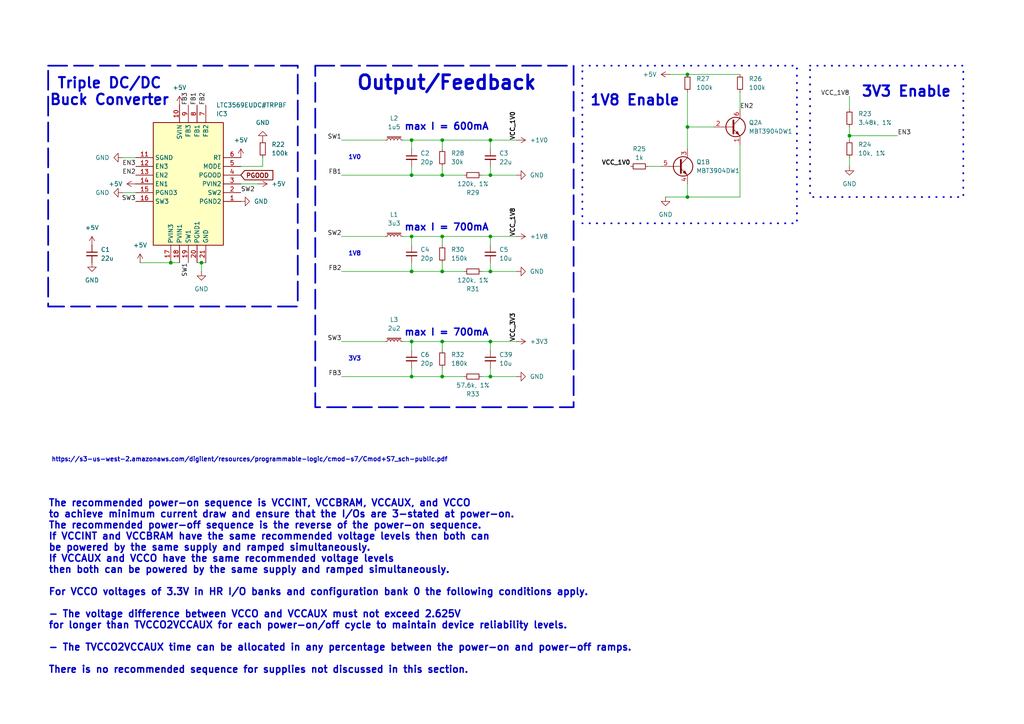
<source format=kicad_sch>
(kicad_sch (version 20231120) (generator "eeschema") (generator_version "8.0")
  (paper "A4")
  (title_block (company "University of Texas at Austin / Phoenix Semiconductor") (comment 1 "Connor Leu"))
  (lib_symbols
    (symbol "Device:C_Small" (pin_numbers hide) (pin_names (offset 0.254) hide)
      (property "Reference" "C" (at 0.254 1.778 0))
      (property "Value" "C_Small" (at 0.254 -2.032 0))
      (symbol "C_Small_0_1"
        (polyline (pts (xy -1.524 -0.508) (xy 1.524 -0.508)) (stroke (width 0.3302)))
        (polyline (pts (xy -1.524 0.508) (xy 1.524 0.508)) (stroke (width 0.3048)))
      )
      (symbol "C_Small_1_1"
        (pin passive line (at 0 2.54 270) (length 2.032) (name "~") (number "1"))
        (pin passive line (at 0 -2.54 90) (length 2.032) (name "~") (number "2"))
      )
    )
    (symbol "Device:L_Iron_Small" (pin_numbers hide) (pin_names (offset 0.254) hide)
      (property "Reference" "L" (at 1.27 1.016 0))
      (property "Value" "L_Iron_Small" (at 1.27 -1.27 0))
      (symbol "L_Iron_Small_0_1"
        (arc (start 0 -2.032) (mid 0.5058 -1.524) (end 0 -1.016))
        (arc (start 0 -1.016) (mid 0.5058 -0.508) (end 0 0))
        (polyline (pts (xy 0.762 2.032) (xy 0.762 -2.032)))
        (polyline (pts (xy 1.016 -2.032) (xy 1.016 2.032)))
        (arc (start 0 0) (mid 0.5058 0.508) (end 0 1.016))
        (arc (start 0 1.016) (mid 0.5058 1.524) (end 0 2.032))
      )
      (symbol "L_Iron_Small_1_1"
        (pin passive line (at 0 2.54 270) (length 0.508) (name "~") (number "1"))
        (pin passive line (at 0 -2.54 90) (length 0.508) (name "~") (number "2"))
      )
    )
    (symbol "Device:R_Small" (pin_numbers hide) (pin_names (offset 0.254) hide)
      (property "Reference" "R" (at 0.762 0.508 0))
      (property "Value" "R_Small" (at 0.762 -1.016 0))
      (symbol "R_Small_0_1"
        (rectangle (start -0.762 1.778) (end 0.762 -1.778) (stroke (width 0.2032)))
      )
      (symbol "R_Small_1_1"
        (pin passive line (at 0 2.54 270) (length 0.762) (name "~") (number "1"))
        (pin passive line (at 0 -2.54 90) (length 0.762) (name "~") (number "2"))
      )
    )
    (symbol "LTC-3569:LTC3569EUDC#TRPBF"
      (property "Reference" "IC" (at 26.67 17.78 0))
      (property "Value" "LTC3569EUDC#TRPBF" (at 26.67 15.24 0))
      (symbol "LTC3569EUDC#TRPBF_1_1"
        (rectangle (start 5.08 12.7) (end 25.4 -22.86) (stroke (width 0.254)) (fill (type background)))
        (pin passive line (at 0 0 0) (length 5.08) (name "PGND2") (number "1"))
        (pin passive line (at 17.78 -27.94 90) (length 5.08) (name "SVIN") (number "10"))
        (pin passive line (at 30.48 -12.7 180) (length 5.08) (name "SGND") (number "11"))
        (pin passive line (at 30.48 -10.16 180) (length 5.08) (name "EN3") (number "12"))
        (pin passive line (at 30.48 -7.62 180) (length 5.08) (name "EN2") (number "13"))
        (pin passive line (at 30.48 -5.08 180) (length 5.08) (name "EN1") (number "14"))
        (pin passive line (at 30.48 -2.54 180) (length 5.08) (name "PGND3") (number "15"))
        (pin passive line (at 30.48 0 180) (length 5.08) (name "SW3") (number "16"))
        (pin passive line (at 20.32 17.78 270) (length 5.08) (name "PVIN3") (number "17"))
        (pin passive line (at 17.78 17.78 270) (length 5.08) (name "PVIN1") (number "18"))
        (pin passive line (at 15.24 17.78 270) (length 5.08) (name "SW1") (number "19"))
        (pin passive line (at 0 -2.54 0) (length 5.08) (name "SW2") (number "2"))
        (pin passive line (at 12.7 17.78 270) (length 5.08) (name "PGND1") (number "20"))
        (pin passive line (at 10.16 17.78 270) (length 5.08) (name "GND") (number "21"))
        (pin passive line (at 0 -5.08 0) (length 5.08) (name "PVIN2") (number "3"))
        (pin passive line (at 0 -7.62 0) (length 5.08) (name "PGOOD") (number "4"))
        (pin passive line (at 0 -10.16 0) (length 5.08) (name "MODE") (number "5"))
        (pin passive line (at 0 -12.7 0) (length 5.08) (name "RT") (number "6"))
        (pin passive line (at 10.16 -27.94 90) (length 5.08) (name "FB2") (number "7"))
        (pin passive line (at 12.7 -27.94 90) (length 5.08) (name "FB1") (number "8"))
        (pin passive line (at 15.24 -27.94 90) (length 5.08) (name "FB3") (number "9"))
      )
    )
    (symbol "Transistor_BJT:MBT3904DW1" (pin_names (offset 0) hide)
      (property "Reference" "Q" (at 5.08 1.27 0))
      (property "Value" "MBT3904DW1" (at 5.08 -1.27 0))
      (symbol "MBT3904DW1_0_1"
        (polyline (pts (xy 0.635 0) (xy -2.54 0)))
        (polyline (pts (xy 0.635 0.635) (xy 2.54 2.54)))
        (polyline (pts (xy 0.635 -0.635) (xy 2.54 -2.54) (xy 2.54 -2.54)))
        (polyline (pts (xy 0.635 1.905) (xy 0.635 -1.905) (xy 0.635 -1.905)) (stroke (width 0.508)))
        (polyline (pts (xy 1.27 -1.778) (xy 1.778 -1.27) (xy 2.286 -2.286) (xy 1.27 -1.778) (xy 1.27 -1.778)) (fill (type outline)))
        (circle (center 1.27 0) (radius 2.8194) (stroke (width 0.254)))
      )
      (symbol "MBT3904DW1_1_1"
        (pin passive line (at 2.54 -5.08 90) (length 2.54) (name "E1") (number "1"))
        (pin input line (at -5.08 0 0) (length 2.54) (name "B1") (number "2"))
        (pin passive line (at 2.54 5.08 270) (length 2.54) (name "C1") (number "6"))
      )
      (symbol "MBT3904DW1_2_1"
        (pin passive line (at 2.54 5.08 270) (length 2.54) (name "C2") (number "3"))
        (pin passive line (at 2.54 -5.08 90) (length 2.54) (name "E2") (number "4"))
        (pin input line (at -5.08 0 0) (length 2.54) (name "B2") (number "5"))
      )
    )
    (symbol "power:+1V0" (power) (pin_numbers hide) (pin_names (offset 0) hide)
      (property "Value" "+1V0" (at 0 3.556 0))
      (symbol "+1V0_0_1"
        (polyline (pts (xy -0.762 1.27) (xy 0 2.54)))
        (polyline (pts (xy 0 0) (xy 0 2.54)))
        (polyline (pts (xy 0 2.54) (xy 0.762 1.27)))
      )
      (symbol "+1V0_1_1"
        (pin power_in line (at 0 0 90) (length 0) (name "~") (number "1"))
      )
    )
    (symbol "power:+1V8" (power) (pin_numbers hide) (pin_names (offset 0) hide)
      (property "Value" "+1V8" (at 0 3.556 0))
      (symbol "+1V8_0_1"
        (polyline (pts (xy -0.762 1.27) (xy 0 2.54)))
        (polyline (pts (xy 0 0) (xy 0 2.54)))
        (polyline (pts (xy 0 2.54) (xy 0.762 1.27)))
      )
      (symbol "+1V8_1_1"
        (pin power_in line (at 0 0 90) (length 0) (name "~") (number "1"))
      )
    )
    (symbol "power:+3V3" (power) (pin_numbers hide) (pin_names (offset 0) hide)
      (property "Value" "+3V3" (at 0 3.556 0))
      (symbol "+3V3_0_1"
        (polyline (pts (xy -0.762 1.27) (xy 0 2.54)))
        (polyline (pts (xy 0 0) (xy 0 2.54)))
        (polyline (pts (xy 0 2.54) (xy 0.762 1.27)))
      )
      (symbol "+3V3_1_1"
        (pin power_in line (at 0 0 90) (length 0) (name "~") (number "1"))
      )
    )
    (symbol "power:+5V" (power) (pin_numbers hide) (pin_names (offset 0) hide)
      (property "Value" "+5V" (at 0 3.556 0))
      (symbol "+5V_0_1"
        (polyline (pts (xy -0.762 1.27) (xy 0 2.54)))
        (polyline (pts (xy 0 0) (xy 0 2.54)))
        (polyline (pts (xy 0 2.54) (xy 0.762 1.27)))
      )
      (symbol "+5V_1_1"
        (pin power_in line (at 0 0 90) (length 0) (name "~") (number "1"))
      )
    )
    (symbol "power:GND" (power) (pin_numbers hide) (pin_names (offset 0) hide)
      (property "Value" "GND" (at 0 -3.81 0))
      (symbol "GND_0_1"
        (polyline (pts (xy 0 0) (xy 0 -1.27) (xy 1.27 -1.27) (xy 0 -2.54) (xy -1.27 -1.27) (xy 0 -1.27)))
      )
      (symbol "GND_1_1"
        (pin power_in line (at 0 0 270) (length 0) (name "~") (number "1"))
      )
    )
  )
  (junction (at 199.39 36.83))
  (junction (at 119.38 50.8))
  (junction (at 49.53 76.2))
  (junction (at 142.24 50.8))
  (junction (at 142.24 68.58))
  (junction (at 142.24 40.64))
  (junction (at 128.27 50.8))
  (junction (at 58.42 76.2))
  (junction (at 119.38 68.58))
  (junction (at 128.27 40.64))
  (junction (at 119.38 78.74))
  (junction (at 119.38 40.64))
  (junction (at 128.27 109.22))
  (junction (at 199.39 57.15))
  (junction (at 246.38 39.37))
  (junction (at 199.39 21.59))
  (junction (at 119.38 99.06))
  (junction (at 128.27 68.58))
  (junction (at 128.27 78.74))
  (junction (at 128.27 99.06))
  (junction (at 142.24 78.74))
  (junction (at 119.38 109.22))
  (junction (at 142.24 109.22))
  (junction (at 142.24 99.06))
  (wire (pts (xy 246.38 39.37) (xy 260.35 39.37)))
  (wire (pts (xy 119.38 48.26) (xy 119.38 50.8)))
  (wire (pts (xy 199.39 36.83) (xy 199.39 43.18)))
  (wire (pts (xy 35.56 55.88) (xy 39.37 55.88)))
  (wire (pts (xy 199.39 21.59) (xy 214.63 21.59)))
  (wire (pts (xy 199.39 53.34) (xy 199.39 57.15)))
  (wire (pts (xy 119.38 109.22) (xy 99.06 109.22)))
  (wire (pts (xy 142.24 109.22) (xy 149.86 109.22)))
  (wire (pts (xy 134.62 78.74) (xy 128.27 78.74)))
  (wire (pts (xy 142.24 106.68) (xy 142.24 109.22)))
  (wire (pts (xy 128.27 78.74) (xy 119.38 78.74)))
  (wire (pts (xy 134.62 109.22) (xy 128.27 109.22)))
  (wire (pts (xy 40.64 76.2) (xy 49.53 76.2)))
  (wire (pts (xy 119.38 40.64) (xy 119.38 43.18)))
  (wire (pts (xy 128.27 99.06) (xy 142.24 99.06)))
  (wire (pts (xy 214.63 57.15) (xy 199.39 57.15)))
  (wire (pts (xy 142.24 78.74) (xy 149.86 78.74)))
  (wire (pts (xy 246.38 45.72) (xy 246.38 48.26)))
  (wire (pts (xy 142.24 50.8) (xy 149.86 50.8)))
  (wire (pts (xy 142.24 40.64) (xy 149.86 40.64)))
  (wire (pts (xy 69.85 53.34) (xy 74.93 53.34)))
  (wire (pts (xy 246.38 39.37) (xy 246.38 40.64)))
  (wire (pts (xy 69.85 48.26) (xy 76.2 48.26)))
  (wire (pts (xy 194.31 21.59) (xy 199.39 21.59)))
  (wire (pts (xy 134.62 50.8) (xy 128.27 50.8)))
  (wire (pts (xy 199.39 26.67) (xy 199.39 36.83)))
  (wire (pts (xy 119.38 78.74) (xy 99.06 78.74)))
  (wire (pts (xy 128.27 50.8) (xy 119.38 50.8)))
  (wire (pts (xy 119.38 50.8) (xy 99.06 50.8)))
  (wire (pts (xy 246.38 36.83) (xy 246.38 39.37)))
  (wire (pts (xy 119.38 99.06) (xy 128.27 99.06)))
  (wire (pts (xy 142.24 68.58) (xy 142.24 71.12)))
  (wire (pts (xy 57.15 76.2) (xy 58.42 76.2)))
  (wire (pts (xy 128.27 99.06) (xy 128.27 101.6)))
  (wire (pts (xy 128.27 40.64) (xy 128.27 43.18)))
  (wire (pts (xy 119.38 106.68) (xy 119.38 109.22)))
  (wire (pts (xy 128.27 40.64) (xy 142.24 40.64)))
  (wire (pts (xy 119.38 68.58) (xy 119.38 71.12)))
  (wire (pts (xy 58.42 76.2) (xy 59.69 76.2)))
  (wire (pts (xy 193.04 57.15) (xy 199.39 57.15)))
  (wire (pts (xy 246.38 27.94) (xy 246.38 31.75)))
  (wire (pts (xy 58.42 76.2) (xy 58.42 78.74)))
  (wire (pts (xy 99.06 68.58) (xy 111.76 68.58)))
  (wire (pts (xy 142.24 99.06) (xy 142.24 101.6)))
  (wire (pts (xy 142.24 109.22) (xy 139.7 109.22)))
  (wire (pts (xy 119.38 76.2) (xy 119.38 78.74)))
  (wire (pts (xy 116.84 68.58) (xy 119.38 68.58)))
  (wire (pts (xy 199.39 36.83) (xy 207.01 36.83)))
  (wire (pts (xy 142.24 50.8) (xy 139.7 50.8)))
  (wire (pts (xy 142.24 68.58) (xy 149.86 68.58)))
  (wire (pts (xy 142.24 48.26) (xy 142.24 50.8)))
  (wire (pts (xy 116.84 99.06) (xy 119.38 99.06)))
  (wire (pts (xy 214.63 41.91) (xy 214.63 57.15)))
  (wire (pts (xy 128.27 76.2) (xy 128.27 78.74)))
  (wire (pts (xy 214.63 26.67) (xy 214.63 31.75)))
  (wire (pts (xy 142.24 99.06) (xy 149.86 99.06)))
  (wire (pts (xy 128.27 109.22) (xy 119.38 109.22)))
  (wire (pts (xy 99.06 40.64) (xy 111.76 40.64)))
  (wire (pts (xy 128.27 48.26) (xy 128.27 50.8)))
  (wire (pts (xy 116.84 40.64) (xy 119.38 40.64)))
  (wire (pts (xy 49.53 76.2) (xy 52.07 76.2)))
  (wire (pts (xy 142.24 40.64) (xy 142.24 43.18)))
  (wire (pts (xy 128.27 68.58) (xy 142.24 68.58)))
  (wire (pts (xy 119.38 99.06) (xy 119.38 101.6)))
  (wire (pts (xy 187.96 48.26) (xy 191.77 48.26)))
  (wire (pts (xy 119.38 40.64) (xy 128.27 40.64)))
  (wire (pts (xy 119.38 68.58) (xy 128.27 68.58)))
  (wire (pts (xy 76.2 48.26) (xy 76.2 45.72)))
  (wire (pts (xy 128.27 106.68) (xy 128.27 109.22)))
  (wire (pts (xy 35.56 45.72) (xy 39.37 45.72)))
  (wire (pts (xy 99.06 99.06) (xy 111.76 99.06)))
  (wire (pts (xy 142.24 76.2) (xy 142.24 78.74)))
  (wire (pts (xy 128.27 68.58) (xy 128.27 71.12)))
  (wire (pts (xy 142.24 78.74) (xy 139.7 78.74)))
  (rectangle (start 234.95 19.05) (end 279.4 57.15) (stroke (width 0.5) (type dot)))
  (rectangle (start 91.44 19.05) (end 166.37 118.11) (stroke (width 0.5) (type dash)))
  (rectangle (start 168.91 19.05) (end 231.14 64.77) (stroke (width 0.5) (type dot)))
  (rectangle (start 13.97 19.05) (end 86.36 88.9) (stroke (width 0.5) (type dash)))
  (text "3V3 Enable" (at 262.89 26.67 0) (effects (font (size 3 3) (thickness 0.6) (bold yes))))
  (text "max I = 700mA" (at 129.54 66.04 0) (effects (font (size 2 2) (bold yes))))
  (text "3V3" (at 102.87 104.14 0) (effects (font (size 1.27 1.27) (bold yes))))
  (text "Triple DC/DC\nBuck Converter" (at 31.75 26.67 0) (effects (font (size 3 3) (bold yes))))
  (text "The recommended power-on sequence is VCCINT, VCCBRAM, VCCAUX, and VCCO\nto achieve minimum current draw and ensure that the I/Os are 3-stated at power-on.\nThe recommended power-off sequence is the reverse of the power-on sequence.\nIf VCCINT and VCCBRAM have the same recommended voltage levels then both can\nbe powered by the same supply and ramped simultaneously.\nIf VCCAUX and VCCO have the same recommended voltage levels\nthen both can be powered by the same supply and ramped simultaneously.\n\nFor VCCO voltages of 3.3V in HR I/O banks and configuration bank 0 the following conditions apply.\n\n- The voltage difference between VCCO and VCCAUX must not exceed 2.625V\nfor longer than TVCCO2VCCAUX for each power-on/off cycle to maintain device reliability levels.\n\n- The TVCCO2VCCAUX time can be allocated in any percentage between the power-on and power-off ramps.\n\nThere is no recommended sequence for supplies not discussed in this section." (at 13.97 170.18 0) (effects (font (size 2 2) (bold yes)) (justify left)))
  (text "1V0" (at 102.87 45.72 0) (effects (font (size 1.27 1.27) (bold yes))))
  (text "max I = 600mA" (at 129.54 36.83 0) (effects (font (size 2 2) (bold yes))))
  (text "1V8" (at 102.87 73.66 0) (effects (font (size 1.27 1.27) (bold yes))))
  (text "https://s3-us-west-2.amazonaws.com/digilent/resources/programmable-logic/cmod-s7/Cmod+S7_sch-public.pdf" (at 72.39 133.35 0) (effects (font (size 1.27 1.27) (bold yes))))
  (text "max I = 700mA" (at 129.54 96.52 0) (effects (font (size 2 2) (bold yes))))
  (text "Output/Feedback" (at 129.54 24.13 0) (effects (font (size 4 4) (bold yes))))
  (text "1V8 Enable" (at 184.15 29.21 0) (effects (font (size 3 3) (bold yes))))
  (label "FB3" (at 99.06 109.22 180))
  (label "VCC_3V3" (at 149.86 99.06 90) (effects (font (bold yes))))
  (label "SW3" (at 39.37 58.42 180))
  (label "FB1" (at 57.15 30.48 90))
  (label "EN2" (at 39.37 50.8 180))
  (label "VCC_1V8" (at 246.38 27.94 180))
  (label "FB3" (at 54.61 30.48 90))
  (label "VCC_1V0" (at 149.86 40.64 90) (effects (font (bold yes))))
  (label "VCC_1V0" (at 182.88 48.26 180) (effects (font (bold yes))))
  (label "SW2" (at 69.85 55.88 0))
  (label "VCC_1V8" (at 149.86 68.58 90) (effects (font (bold yes))))
  (label "SW2" (at 99.06 68.58 180))
  (label "SW1" (at 99.06 40.64 180))
  (label "EN3" (at 39.37 48.26 180))
  (label "SW1" (at 54.61 76.2 270))
  (label "FB2" (at 99.06 78.74 180))
  (label "SW3" (at 99.06 99.06 180))
  (label "EN3" (at 260.35 39.37 0))
  (label "FB1" (at 99.06 50.8 180))
  (label "EN2" (at 214.63 31.75 0))
  (label "FB2" (at 59.69 30.48 90))
  (global_label "PGOOD" (shape input) (at 69.85 50.8 0) (effects (font (bold yes))) (property "Intersheetrefs" "${INTERSHEET_REFS}" (effects (hide yes))))
  (symbol (lib_id "Device:L_Iron_Small") (at 114.3 99.06 90) (unit 1)
    (property "Reference" "L3" (at 114.3 92.71 90))
    (property "Value" "2u2" (at 114.3 95.25 90))
    (property "Footprint" "Inductor_SMD:L_0805_2012Metric" (effects (hide yes)))
    (property "Description" "Inductor with iron core, small symbol" (effects (hide yes)))
    (property "MPN" "SRN2012-2R2M" (effects (hide yes)))
  )
  (symbol (lib_id "power:GND") (at 246.38 48.26 0) (unit 1)
    (property "Reference" "#PWR0133" (effects (hide yes)))
    (property "Value" "GND" (at 246.38 53.34 0))
    (property "Description" "Power symbol creates a global label with name \"GND\" , ground" (effects (hide yes)))
  )
  (symbol (lib_id "Device:R_Small") (at 128.27 73.66 0) (unit 1)
    (property "Reference" "R30" (at 130.81 72.3899 0) (effects (justify left)))
    (property "Value" "150k" (at 130.81 74.9299 0) (effects (justify left)))
    (property "Footprint" "Resistor_SMD:R_0201_0603Metric" (effects (hide yes)))
    (property "Description" "Resistor, small symbol" (effects (hide yes)))
  )
  (symbol (lib_id "power:+3V3") (at 149.86 99.06 270) (unit 1)
    (property "Reference" "#PWR0140" (effects (hide yes)))
    (property "Value" "+3V3" (at 153.67 99.0599 90) (effects (justify left)))
    (property "Description" "Power symbol creates a global label with name \"+3V3\"" (effects (hide yes)))
  )
  (symbol (lib_id "power:GND") (at 35.56 55.88 270) (unit 1)
    (property "Reference" "#PWR07" (effects (hide yes)))
    (property "Value" "GND" (at 31.75 55.8799 90) (effects (justify right)))
    (property "Description" "Power symbol creates a global label with name \"GND\" , ground" (effects (hide yes)))
  )
  (symbol (lib_id "power:+1V8") (at 149.86 68.58 270) (unit 1)
    (property "Reference" "#PWR0138" (effects (hide yes)))
    (property "Value" "+1V8" (at 153.67 68.5799 90) (effects (justify left)))
    (property "Description" "Power symbol creates a global label with name \"+1V8\"" (effects (hide yes)))
  )
  (symbol (lib_id "power:GND") (at 58.42 78.74 0) (unit 1)
    (property "Reference" "#PWR05" (effects (hide yes)))
    (property "Value" "GND" (at 58.42 83.82 0))
    (property "Description" "Power symbol creates a global label with name \"GND\" , ground" (effects (hide yes)))
  )
  (symbol (lib_id "LTC-3569:LTC3569EUDC#TRPBF") (at 69.85 58.42 180) (unit 1)
    (property "Reference" "IC3" (at 62.7065 33.02 0) (effects (justify right)))
    (property "Value" "LTC3569EUDC#TRPBF" (at 62.7065 30.48 0) (effects (justify right)))
    (property "Footprint" "hardware:QFN50P300X400X80-21N-D" (effects (hide yes)))
    (property "Datasheet" "https://www.analog.com/media/en/technical-documentation/data-sheets/3569fe.pdf" (effects (hide yes)))
    (property "Description" "Switching Voltage Regulators Programmable 1.2A and 2X600mA, Triple Buck Regulator" (effects (hide yes)))
    (property "Height" "0.8" (effects (hide yes)))
    (property "Mouser Part Number" "584-LTC3569EUDCTRPBF" (effects (hide yes)))
    (property "Mouser Price/Stock" "https://www.mouser.co.uk/ProductDetail/Analog-Devices/LTC3569EUDCTRPBF?qs=hVkxg5c3xu%2Fr3095TifTJg%3D%3D" (effects (hide yes)))
    (property "Manufacturer_Name" "Analog Devices" (effects (hide yes)))
    (property "MPN" "LTC3569EUDC#TRPBF" (effects (hide yes)))
  )
  (symbol (lib_id "power:GND") (at 149.86 50.8 90) (unit 1)
    (property "Reference" "#PWR0137" (effects (hide yes)))
    (property "Value" "GND" (at 153.67 50.7999 90) (effects (justify right)))
    (property "Description" "Power symbol creates a global label with name \"GND\" , ground" (effects (hide yes)))
  )
  (symbol (lib_id "Device:C_Small") (at 142.24 73.66 0) (unit 1)
    (property "Reference" "C5" (at 144.78 72.3962 0) (effects (justify left)))
    (property "Value" "10u" (at 144.78 74.9362 0) (effects (justify left)))
    (property "Footprint" "Capacitor_SMD:C_0201_0603Metric" (effects (hide yes)))
    (property "Description" "Unpolarized capacitor, small symbol" (effects (hide yes)))
  )
  (symbol (lib_id "power:GND") (at 149.86 78.74 90) (unit 1)
    (property "Reference" "#PWR0139" (effects (hide yes)))
    (property "Value" "GND" (at 153.67 78.7399 90) (effects (justify right)))
    (property "Description" "Power symbol creates a global label with name \"GND\" , ground" (effects (hide yes)))
  )
  (symbol (lib_id "power:+5V") (at 194.31 21.59 90) (unit 1)
    (property "Reference" "#PWR0135" (effects (hide yes)))
    (property "Value" "+5V" (at 190.5 21.5899 90) (effects (justify left)))
    (property "Description" "Power symbol creates a global label with name \"+5V\"" (effects (hide yes)))
  )
  (symbol (lib_id "power:GND") (at 26.67 76.2 0) (unit 1)
    (property "Reference" "#PWR09" (effects (hide yes)))
    (property "Value" "GND" (at 26.67 81.28 0))
    (property "Description" "Power symbol creates a global label with name \"GND\" , ground" (effects (hide yes)))
  )
  (symbol (lib_id "Device:C_Small") (at 119.38 104.14 0) (unit 1)
    (property "Reference" "C6" (at 121.92 102.8762 0) (effects (justify left)))
    (property "Value" "20p" (at 121.92 105.4162 0) (effects (justify left)))
    (property "Footprint" "Capacitor_SMD:C_0201_0603Metric" (effects (hide yes)))
    (property "Description" "Unpolarized capacitor, small symbol" (effects (hide yes)))
  )
  (symbol (lib_id "power:+5V") (at 69.85 45.72 0) (unit 1)
    (property "Reference" "#PWR010" (effects (hide yes)))
    (property "Value" "+5V" (at 69.85 40.64 0))
    (property "Description" "Power symbol creates a global label with name \"+5V\"" (effects (hide yes)))
  )
  (symbol (lib_id "Device:L_Iron_Small") (at 114.3 40.64 90) (unit 1)
    (property "Reference" "L2" (at 114.3 34.29 90))
    (property "Value" "1u5" (at 114.3 36.83 90))
    (property "Footprint" "Inductor_SMD:L_0805_2012Metric" (effects (hide yes)))
    (property "Description" "Inductor with iron core, small symbol" (effects (hide yes)))
    (property "MPN" "SRN2012-1R5M" (effects (hide yes)))
  )
  (symbol (lib_id "power:+1V0") (at 149.86 40.64 270) (unit 1)
    (property "Reference" "#PWR0136" (effects (hide yes)))
    (property "Value" "+1V0" (at 153.67 40.6399 90) (effects (justify left)))
    (property "Description" "Power symbol creates a global label with name \"+1V0\"" (effects (hide yes)))
  )
  (symbol (lib_id "Device:R_Small") (at 199.39 24.13 0) (unit 1)
    (property "Reference" "R27" (at 201.93 22.8599 0) (effects (justify left)))
    (property "Value" "100k" (at 201.93 25.3999 0) (effects (justify left)))
    (property "Footprint" "Resistor_SMD:R_0201_0603Metric" (effects (hide yes)))
    (property "Description" "Resistor, small symbol" (effects (hide yes)))
  )
  (symbol (lib_id "Device:C_Small") (at 142.24 45.72 0) (unit 1)
    (property "Reference" "C3" (at 144.78 44.4562 0) (effects (justify left)))
    (property "Value" "22u" (at 144.78 46.9962 0) (effects (justify left)))
    (property "Footprint" "Capacitor_SMD:C_0201_0603Metric" (effects (hide yes)))
    (property "Description" "Unpolarized capacitor, small symbol" (effects (hide yes)))
  )
  (symbol (lib_id "power:GND") (at 69.85 58.42 90) (unit 1)
    (property "Reference" "#PWR012" (effects (hide yes)))
    (property "Value" "GND" (at 73.66 58.4199 90) (effects (justify right)))
    (property "Description" "Power symbol creates a global label with name \"GND\" , ground" (effects (hide yes)))
  )
  (symbol (lib_id "Device:R_Small") (at 185.42 48.26 90) (unit 1)
    (property "Reference" "R25" (at 185.42 43.18 90))
    (property "Value" "1k" (at 185.42 45.72 90))
    (property "Footprint" "Resistor_SMD:R_0201_0603Metric" (effects (hide yes)))
    (property "Description" "Resistor, small symbol" (effects (hide yes)))
  )
  (symbol (lib_id "Device:R_Small") (at 137.16 109.22 90) (mirror x) (unit 1)
    (property "Reference" "R33" (at 137.16 114.3 90))
    (property "Value" "57.6k, 1%" (at 137.16 111.76 90))
    (property "Footprint" "Resistor_SMD:R_0201_0603Metric" (effects (hide yes)))
    (property "Description" "Resistor, small symbol" (effects (hide yes)))
  )
  (symbol (lib_id "Device:R_Small") (at 246.38 34.29 0) (unit 1)
    (property "Reference" "R23" (at 248.92 33.0199 0) (effects (justify left)))
    (property "Value" "3.48k, 1%" (at 248.92 35.5599 0) (effects (justify left)))
    (property "Footprint" "Resistor_SMD:R_0201_0603Metric" (effects (hide yes)))
    (property "Description" "Resistor, small symbol" (effects (hide yes)))
  )
  (symbol (lib_id "Device:R_Small") (at 214.63 24.13 0) (unit 1)
    (property "Reference" "R26" (at 217.17 22.8599 0) (effects (justify left)))
    (property "Value" "100k" (at 217.17 25.3999 0) (effects (justify left)))
    (property "Footprint" "Resistor_SMD:R_0201_0603Metric" (effects (hide yes)))
    (property "Description" "Resistor, small symbol" (effects (hide yes)))
  )
  (symbol (lib_id "Device:C_Small") (at 142.24 104.14 0) (unit 1)
    (property "Reference" "C39" (at 144.78 102.8762 0) (effects (justify left)))
    (property "Value" "10u" (at 144.78 105.4162 0) (effects (justify left)))
    (property "Footprint" "Capacitor_SMD:C_0201_0603Metric" (effects (hide yes)))
    (property "Description" "Unpolarized capacitor, small symbol" (effects (hide yes)))
  )
  (symbol (lib_id "Device:C_Small") (at 26.67 73.66 0) (unit 1)
    (property "Reference" "C1" (at 29.21 72.3962 0) (effects (justify left)))
    (property "Value" "22u" (at 29.21 74.9362 0) (effects (justify left)))
    (property "Footprint" "Capacitor_SMD:C_0201_0603Metric" (effects (hide yes)))
    (property "Description" "Unpolarized capacitor, small symbol" (effects (hide yes)))
  )
  (symbol (lib_id "power:+5V") (at 26.67 71.12 0) (unit 1)
    (property "Reference" "#PWR08" (effects (hide yes)))
    (property "Value" "+5V" (at 26.67 66.04 0))
    (property "Description" "Power symbol creates a global label with name \"+5V\"" (effects (hide yes)))
  )
  (symbol (lib_id "Device:R_Small") (at 246.38 43.18 0) (unit 1)
    (property "Reference" "R24" (at 248.8813 41.9099 0) (effects (justify left)))
    (property "Value" "10k, 1%" (at 248.8813 44.4499 0) (effects (justify left)))
    (property "Footprint" "Resistor_SMD:R_0201_0603Metric" (effects (hide yes)))
    (property "Description" "Resistor, small symbol" (effects (hide yes)))
  )
  (symbol (lib_id "Device:R_Small") (at 137.16 78.74 90) (mirror x) (unit 1)
    (property "Reference" "R31" (at 137.16 83.82 90))
    (property "Value" "120k, 1%" (at 137.16 81.28 90))
    (property "Footprint" "Resistor_SMD:R_0201_0603Metric" (effects (hide yes)))
    (property "Description" "Resistor, small symbol" (effects (hide yes)))
  )
  (symbol (lib_id "Transistor_BJT:MBT3904DW1") (at 196.85 48.26 0) (unit 2)
    (property "Reference" "Q1" (at 201.93 46.9899 0) (effects (justify left)))
    (property "Value" "MBT3904DW1" (at 201.93 49.5299 0) (effects (justify left)))
    (property "Footprint" "Package_TO_SOT_SMD:SOT-363_SC-70-6" (effects (hide yes)))
    (property "Datasheet" "http://www.onsemi.com/pub_link/Collateral/MBT3904DW1T1-D.PDF" (effects (hide yes)))
    (property "Description" "200mA IC, 40V Vce, Dual NPN/NPN Transistors, SOT-363" (effects (hide yes)))
  )
  (symbol (lib_id "power:+5V") (at 74.93 53.34 270) (unit 1)
    (property "Reference" "#PWR0132" (effects (hide yes)))
    (property "Value" "+5V" (at 78.74 53.3399 90) (effects (justify left)))
    (property "Description" "Power symbol creates a global label with name \"+5V\"" (effects (hide yes)))
  )
  (symbol (lib_id "Device:R_Small") (at 128.27 104.14 0) (unit 1)
    (property "Reference" "R32" (at 130.81 102.8699 0) (effects (justify left)))
    (property "Value" "180k" (at 130.81 105.4099 0) (effects (justify left)))
    (property "Footprint" "Resistor_SMD:R_0201_0603Metric" (effects (hide yes)))
    (property "Description" "Resistor, small symbol" (effects (hide yes)))
  )
  (symbol (lib_id "Device:R_Small") (at 76.2 43.18 0) (unit 1)
    (property "Reference" "R22" (at 78.74 41.9099 0) (effects (justify left)))
    (property "Value" "100k" (at 78.74 44.4499 0) (effects (justify left)))
    (property "Footprint" "Resistor_SMD:R_0201_0603Metric" (effects (hide yes)))
    (property "Description" "Resistor, small symbol" (effects (hide yes)))
  )
  (symbol (lib_id "Device:R_Small") (at 137.16 50.8 90) (mirror x) (unit 1)
    (property "Reference" "R29" (at 137.16 55.88 90))
    (property "Value" "120k, 1%" (at 137.16 53.34 90))
    (property "Footprint" "Resistor_SMD:R_0201_0603Metric" (effects (hide yes)))
    (property "Description" "Resistor, small symbol" (effects (hide yes)))
  )
  (symbol (lib_id "Transistor_BJT:MBT3904DW1") (at 212.09 36.83 0) (unit 1)
    (property "Reference" "Q2" (at 217.17 35.5599 0) (effects (justify left)))
    (property "Value" "MBT3904DW1" (at 217.17 38.0999 0) (effects (justify left)))
    (property "Footprint" "Package_TO_SOT_SMD:SOT-363_SC-70-6" (effects (hide yes)))
    (property "Datasheet" "http://www.onsemi.com/pub_link/Collateral/MBT3904DW1T1-D.PDF" (effects (hide yes)))
    (property "Description" "200mA IC, 40V Vce, Dual NPN/NPN Transistors, SOT-363" (effects (hide yes)))
  )
  (symbol (lib_id "Device:L_Iron_Small") (at 114.3 68.58 90) (unit 1)
    (property "Reference" "L1" (at 114.3 62.23 90))
    (property "Value" "3u3" (at 114.3 64.77 90))
    (property "Footprint" "Inductor_SMD:L_0805_2012Metric" (effects (hide yes)))
    (property "Description" "Inductor with iron core, small symbol" (effects (hide yes)))
    (property "MPN" "BRC2012T3R3MD" (effects (hide yes)))
  )
  (symbol (lib_id "power:GND") (at 35.56 45.72 270) (unit 1)
    (property "Reference" "#PWR06" (effects (hide yes)))
    (property "Value" "GND" (at 31.75 45.7199 90) (effects (justify right)))
    (property "Description" "Power symbol creates a global label with name \"GND\" , ground" (effects (hide yes)))
  )
  (symbol (lib_id "power:+5V") (at 52.07 30.48 0) (unit 1)
    (property "Reference" "#PWR03" (effects (hide yes)))
    (property "Value" "+5V" (at 52.07 25.4 0))
    (property "Description" "Power symbol creates a global label with name \"+5V\"" (effects (hide yes)))
  )
  (symbol (lib_id "Device:R_Small") (at 128.27 45.72 0) (unit 1)
    (property "Reference" "R28" (at 130.81 44.4499 0) (effects (justify left)))
    (property "Value" "30k" (at 130.81 46.9899 0) (effects (justify left)))
    (property "Footprint" "Resistor_SMD:R_0201_0603Metric" (effects (hide yes)))
    (property "Description" "Resistor, small symbol" (effects (hide yes)))
  )
  (symbol (lib_id "power:+5V") (at 40.64 76.2 0) (unit 1)
    (property "Reference" "#PWR04" (effects (hide yes)))
    (property "Value" "+5V" (at 40.64 71.12 0))
    (property "Description" "Power symbol creates a global label with name \"+5V\"" (effects (hide yes)))
  )
  (symbol (lib_id "power:GND") (at 149.86 109.22 90) (unit 1)
    (property "Reference" "#PWR0141" (effects (hide yes)))
    (property "Value" "GND" (at 153.67 109.2199 90) (effects (justify right)))
    (property "Description" "Power symbol creates a global label with name \"GND\" , ground" (effects (hide yes)))
  )
  (symbol (lib_id "Device:C_Small") (at 119.38 73.66 0) (unit 1)
    (property "Reference" "C4" (at 121.92 72.3962 0) (effects (justify left)))
    (property "Value" "20p" (at 121.92 74.9362 0) (effects (justify left)))
    (property "Footprint" "Capacitor_SMD:C_0201_0603Metric" (effects (hide yes)))
    (property "Description" "Unpolarized capacitor, small symbol" (effects (hide yes)))
  )
  (symbol (lib_id "power:GND") (at 193.04 57.15 0) (unit 1)
    (property "Reference" "#PWR0134" (effects (hide yes)))
    (property "Value" "GND" (at 193.04 62.23 0))
    (property "Description" "Power symbol creates a global label with name \"GND\" , ground" (effects (hide yes)))
  )
  (symbol (lib_id "power:+5V") (at 39.37 53.34 90) (unit 1)
    (property "Reference" "#PWR011" (effects (hide yes)))
    (property "Value" "+5V" (at 35.56 53.3399 90) (effects (justify left)))
    (property "Description" "Power symbol creates a global label with name \"+5V\"" (effects (hide yes)))
  )
  (symbol (lib_id "power:GND") (at 76.2 40.64 180) (unit 1)
    (property "Reference" "#PWR013" (effects (hide yes)))
    (property "Value" "GND" (at 76.2 35.56 0))
    (property "Description" "Power symbol creates a global label with name \"GND\" , ground" (effects (hide yes)))
  )
  (symbol (lib_id "Device:C_Small") (at 119.38 45.72 0) (unit 1)
    (property "Reference" "C2" (at 121.92 44.4562 0) (effects (justify left)))
    (property "Value" "20p" (at 121.92 46.9962 0) (effects (justify left)))
    (property "Footprint" "Capacitor_SMD:C_0201_0603Metric" (effects (hide yes)))
    (property "Description" "Unpolarized capacitor, small symbol" (effects (hide yes)))
  )
)
</source>
